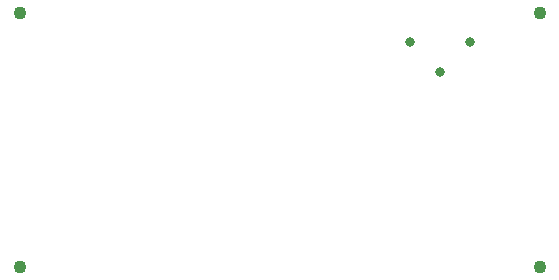
<source format=gbr>
%TF.GenerationSoftware,KiCad,Pcbnew,9.0.0*%
%TF.CreationDate,2025-11-30T22:23:39+05:30*%
%TF.ProjectId,buckconveter,6275636b-636f-46e7-9665-7465722e6b69,2.0*%
%TF.SameCoordinates,Original*%
%TF.FileFunction,Plated,1,2,PTH,Drill*%
%TF.FilePolarity,Positive*%
%FSLAX46Y46*%
G04 Gerber Fmt 4.6, Leading zero omitted, Abs format (unit mm)*
G04 Created by KiCad (PCBNEW 9.0.0) date 2025-11-30 22:23:39*
%MOMM*%
%LPD*%
G01*
G04 APERTURE LIST*
%TA.AperFunction,ComponentDrill*%
%ADD10C,0.800000*%
%TD*%
%TA.AperFunction,ComponentDrill*%
%ADD11C,1.100000*%
%TD*%
G04 APERTURE END LIST*
D10*
%TO.C,R2*%
X149000000Y-82500000D03*
X151540000Y-85040000D03*
X154080000Y-82500000D03*
D11*
%TO.C,J1*%
X116000000Y-80000000D03*
%TO.C,J2*%
X116000000Y-101500000D03*
%TO.C,J3*%
X160000000Y-80000000D03*
%TO.C,J4*%
X160000000Y-101500000D03*
M02*

</source>
